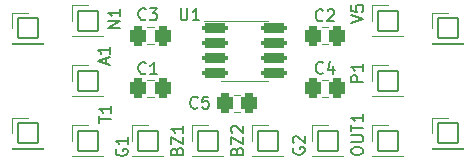
<source format=gto>
%TF.GenerationSoftware,KiCad,Pcbnew,(6.0.5)*%
%TF.CreationDate,2023-09-23T13:50:41+09:00*%
%TF.ProjectId,20230918_Barcoder8,32303233-3039-4313-985f-426172636f64,rev?*%
%TF.SameCoordinates,Original*%
%TF.FileFunction,Legend,Top*%
%TF.FilePolarity,Positive*%
%FSLAX46Y46*%
G04 Gerber Fmt 4.6, Leading zero omitted, Abs format (unit mm)*
G04 Created by KiCad (PCBNEW (6.0.5)) date 2023-09-23 13:50:41*
%MOMM*%
%LPD*%
G01*
G04 APERTURE LIST*
G04 Aperture macros list*
%AMRoundRect*
0 Rectangle with rounded corners*
0 $1 Rounding radius*
0 $2 $3 $4 $5 $6 $7 $8 $9 X,Y pos of 4 corners*
0 Add a 4 corners polygon primitive as box body*
4,1,4,$2,$3,$4,$5,$6,$7,$8,$9,$2,$3,0*
0 Add four circle primitives for the rounded corners*
1,1,$1+$1,$2,$3*
1,1,$1+$1,$4,$5*
1,1,$1+$1,$6,$7*
1,1,$1+$1,$8,$9*
0 Add four rect primitives between the rounded corners*
20,1,$1+$1,$2,$3,$4,$5,0*
20,1,$1+$1,$4,$5,$6,$7,0*
20,1,$1+$1,$6,$7,$8,$9,0*
20,1,$1+$1,$8,$9,$2,$3,0*%
G04 Aperture macros list end*
%ADD10C,0.150000*%
%ADD11C,0.120000*%
%ADD12RoundRect,0.100000X-0.850000X-0.850000X0.850000X-0.850000X0.850000X0.850000X-0.850000X0.850000X0*%
%ADD13RoundRect,0.350000X-0.337500X-0.475000X0.337500X-0.475000X0.337500X0.475000X-0.337500X0.475000X0*%
%ADD14RoundRect,0.250000X-0.825000X-0.150000X0.825000X-0.150000X0.825000X0.150000X-0.825000X0.150000X0*%
%ADD15C,2.400000*%
G04 APERTURE END LIST*
D10*
%TO.C,C4*%
X149460833Y-78052142D02*
X149413214Y-78099761D01*
X149270357Y-78147380D01*
X149175119Y-78147380D01*
X149032261Y-78099761D01*
X148937023Y-78004523D01*
X148889404Y-77909285D01*
X148841785Y-77718809D01*
X148841785Y-77575952D01*
X148889404Y-77385476D01*
X148937023Y-77290238D01*
X149032261Y-77195000D01*
X149175119Y-77147380D01*
X149270357Y-77147380D01*
X149413214Y-77195000D01*
X149460833Y-77242619D01*
X150317976Y-77480714D02*
X150317976Y-78147380D01*
X150079880Y-77099761D02*
X149841785Y-77814047D01*
X150460833Y-77814047D01*
%TO.C,P1*%
X152852380Y-78843095D02*
X151852380Y-78843095D01*
X151852380Y-78462142D01*
X151900000Y-78366904D01*
X151947619Y-78319285D01*
X152042857Y-78271666D01*
X152185714Y-78271666D01*
X152280952Y-78319285D01*
X152328571Y-78366904D01*
X152376190Y-78462142D01*
X152376190Y-78843095D01*
X152852380Y-77319285D02*
X152852380Y-77890714D01*
X152852380Y-77605000D02*
X151852380Y-77605000D01*
X151995238Y-77700238D01*
X152090476Y-77795476D01*
X152138095Y-77890714D01*
%TO.C,G2*%
X146947000Y-84415285D02*
X146899380Y-84510523D01*
X146899380Y-84653380D01*
X146947000Y-84796238D01*
X147042238Y-84891476D01*
X147137476Y-84939095D01*
X147327952Y-84986714D01*
X147470809Y-84986714D01*
X147661285Y-84939095D01*
X147756523Y-84891476D01*
X147851761Y-84796238D01*
X147899380Y-84653380D01*
X147899380Y-84558142D01*
X147851761Y-84415285D01*
X147804142Y-84367666D01*
X147470809Y-84367666D01*
X147470809Y-84558142D01*
X146994619Y-83986714D02*
X146947000Y-83939095D01*
X146899380Y-83843857D01*
X146899380Y-83605761D01*
X146947000Y-83510523D01*
X146994619Y-83462904D01*
X147089857Y-83415285D01*
X147185095Y-83415285D01*
X147327952Y-83462904D01*
X147899380Y-84034333D01*
X147899380Y-83415285D01*
%TO.C,U1*%
X137414095Y-72604380D02*
X137414095Y-73413904D01*
X137461714Y-73509142D01*
X137509333Y-73556761D01*
X137604571Y-73604380D01*
X137795047Y-73604380D01*
X137890285Y-73556761D01*
X137937904Y-73509142D01*
X137985523Y-73413904D01*
X137985523Y-72604380D01*
X138985523Y-73604380D02*
X138414095Y-73604380D01*
X138699809Y-73604380D02*
X138699809Y-72604380D01*
X138604571Y-72747238D01*
X138509333Y-72842476D01*
X138414095Y-72890095D01*
%TO.C,C3*%
X134453333Y-73509142D02*
X134405714Y-73556761D01*
X134262857Y-73604380D01*
X134167619Y-73604380D01*
X134024761Y-73556761D01*
X133929523Y-73461523D01*
X133881904Y-73366285D01*
X133834285Y-73175809D01*
X133834285Y-73032952D01*
X133881904Y-72842476D01*
X133929523Y-72747238D01*
X134024761Y-72652000D01*
X134167619Y-72604380D01*
X134262857Y-72604380D01*
X134405714Y-72652000D01*
X134453333Y-72699619D01*
X134786666Y-72604380D02*
X135405714Y-72604380D01*
X135072380Y-72985333D01*
X135215238Y-72985333D01*
X135310476Y-73032952D01*
X135358095Y-73080571D01*
X135405714Y-73175809D01*
X135405714Y-73413904D01*
X135358095Y-73509142D01*
X135310476Y-73556761D01*
X135215238Y-73604380D01*
X134929523Y-73604380D01*
X134834285Y-73556761D01*
X134786666Y-73509142D01*
%TO.C,OUT1*%
X151852380Y-84788190D02*
X151852380Y-84597714D01*
X151900000Y-84502476D01*
X151995238Y-84407238D01*
X152185714Y-84359619D01*
X152519047Y-84359619D01*
X152709523Y-84407238D01*
X152804761Y-84502476D01*
X152852380Y-84597714D01*
X152852380Y-84788190D01*
X152804761Y-84883428D01*
X152709523Y-84978666D01*
X152519047Y-85026285D01*
X152185714Y-85026285D01*
X151995238Y-84978666D01*
X151900000Y-84883428D01*
X151852380Y-84788190D01*
X151852380Y-83931047D02*
X152661904Y-83931047D01*
X152757142Y-83883428D01*
X152804761Y-83835809D01*
X152852380Y-83740571D01*
X152852380Y-83550095D01*
X152804761Y-83454857D01*
X152757142Y-83407238D01*
X152661904Y-83359619D01*
X151852380Y-83359619D01*
X151852380Y-83026285D02*
X151852380Y-82454857D01*
X152852380Y-82740571D02*
X151852380Y-82740571D01*
X152852380Y-81597714D02*
X152852380Y-82169142D01*
X152852380Y-81883428D02*
X151852380Y-81883428D01*
X151995238Y-81978666D01*
X152090476Y-82073904D01*
X152138095Y-82169142D01*
%TO.C,T1*%
X130516380Y-82295904D02*
X130516380Y-81724476D01*
X131516380Y-82010190D02*
X130516380Y-82010190D01*
X131516380Y-80867333D02*
X131516380Y-81438761D01*
X131516380Y-81153047D02*
X130516380Y-81153047D01*
X130659238Y-81248285D01*
X130754476Y-81343523D01*
X130802095Y-81438761D01*
%TO.C,A1*%
X131103666Y-77295285D02*
X131103666Y-76819095D01*
X131389380Y-77390523D02*
X130389380Y-77057190D01*
X131389380Y-76723857D01*
X131389380Y-75866714D02*
X131389380Y-76438142D01*
X131389380Y-76152428D02*
X130389380Y-76152428D01*
X130532238Y-76247666D01*
X130627476Y-76342904D01*
X130675095Y-76438142D01*
%TO.C,C5*%
X138845833Y-81002142D02*
X138798214Y-81049761D01*
X138655357Y-81097380D01*
X138560119Y-81097380D01*
X138417261Y-81049761D01*
X138322023Y-80954523D01*
X138274404Y-80859285D01*
X138226785Y-80668809D01*
X138226785Y-80525952D01*
X138274404Y-80335476D01*
X138322023Y-80240238D01*
X138417261Y-80145000D01*
X138560119Y-80097380D01*
X138655357Y-80097380D01*
X138798214Y-80145000D01*
X138845833Y-80192619D01*
X139750595Y-80097380D02*
X139274404Y-80097380D01*
X139226785Y-80573571D01*
X139274404Y-80525952D01*
X139369642Y-80478333D01*
X139607738Y-80478333D01*
X139702976Y-80525952D01*
X139750595Y-80573571D01*
X139798214Y-80668809D01*
X139798214Y-80906904D01*
X139750595Y-81002142D01*
X139702976Y-81049761D01*
X139607738Y-81097380D01*
X139369642Y-81097380D01*
X139274404Y-81049761D01*
X139226785Y-81002142D01*
%TO.C,N1*%
X132278380Y-74261904D02*
X131278380Y-74261904D01*
X132278380Y-73690476D01*
X131278380Y-73690476D01*
X132278380Y-72690476D02*
X132278380Y-73261904D01*
X132278380Y-72976190D02*
X131278380Y-72976190D01*
X131421238Y-73071428D01*
X131516476Y-73166666D01*
X131564095Y-73261904D01*
%TO.C,BZ1*%
X137088571Y-84700952D02*
X137136190Y-84558095D01*
X137183809Y-84510476D01*
X137279047Y-84462857D01*
X137421904Y-84462857D01*
X137517142Y-84510476D01*
X137564761Y-84558095D01*
X137612380Y-84653333D01*
X137612380Y-85034285D01*
X136612380Y-85034285D01*
X136612380Y-84700952D01*
X136660000Y-84605714D01*
X136707619Y-84558095D01*
X136802857Y-84510476D01*
X136898095Y-84510476D01*
X136993333Y-84558095D01*
X137040952Y-84605714D01*
X137088571Y-84700952D01*
X137088571Y-85034285D01*
X136612380Y-84129523D02*
X136612380Y-83462857D01*
X137612380Y-84129523D01*
X137612380Y-83462857D01*
X137612380Y-82558095D02*
X137612380Y-83129523D01*
X137612380Y-82843809D02*
X136612380Y-82843809D01*
X136755238Y-82939047D01*
X136850476Y-83034285D01*
X136898095Y-83129523D01*
%TO.C,V5*%
X151852380Y-73834523D02*
X152852380Y-73501190D01*
X151852380Y-73167857D01*
X151852380Y-72358333D02*
X151852380Y-72834523D01*
X152328571Y-72882142D01*
X152280952Y-72834523D01*
X152233333Y-72739285D01*
X152233333Y-72501190D01*
X152280952Y-72405952D01*
X152328571Y-72358333D01*
X152423809Y-72310714D01*
X152661904Y-72310714D01*
X152757142Y-72358333D01*
X152804761Y-72405952D01*
X152852380Y-72501190D01*
X152852380Y-72739285D01*
X152804761Y-72834523D01*
X152757142Y-72882142D01*
%TO.C,C1*%
X134453333Y-78081142D02*
X134405714Y-78128761D01*
X134262857Y-78176380D01*
X134167619Y-78176380D01*
X134024761Y-78128761D01*
X133929523Y-78033523D01*
X133881904Y-77938285D01*
X133834285Y-77747809D01*
X133834285Y-77604952D01*
X133881904Y-77414476D01*
X133929523Y-77319238D01*
X134024761Y-77224000D01*
X134167619Y-77176380D01*
X134262857Y-77176380D01*
X134405714Y-77224000D01*
X134453333Y-77271619D01*
X135405714Y-78176380D02*
X134834285Y-78176380D01*
X135120000Y-78176380D02*
X135120000Y-77176380D01*
X135024761Y-77319238D01*
X134929523Y-77414476D01*
X134834285Y-77462095D01*
%TO.C,BZ2*%
X142168571Y-84700952D02*
X142216190Y-84558095D01*
X142263809Y-84510476D01*
X142359047Y-84462857D01*
X142501904Y-84462857D01*
X142597142Y-84510476D01*
X142644761Y-84558095D01*
X142692380Y-84653333D01*
X142692380Y-85034285D01*
X141692380Y-85034285D01*
X141692380Y-84700952D01*
X141740000Y-84605714D01*
X141787619Y-84558095D01*
X141882857Y-84510476D01*
X141978095Y-84510476D01*
X142073333Y-84558095D01*
X142120952Y-84605714D01*
X142168571Y-84700952D01*
X142168571Y-85034285D01*
X141692380Y-84129523D02*
X141692380Y-83462857D01*
X142692380Y-84129523D01*
X142692380Y-83462857D01*
X141787619Y-83129523D02*
X141740000Y-83081904D01*
X141692380Y-82986666D01*
X141692380Y-82748571D01*
X141740000Y-82653333D01*
X141787619Y-82605714D01*
X141882857Y-82558095D01*
X141978095Y-82558095D01*
X142120952Y-82605714D01*
X142692380Y-83177142D01*
X142692380Y-82558095D01*
%TO.C,G1*%
X131961000Y-84542285D02*
X131913380Y-84637523D01*
X131913380Y-84780380D01*
X131961000Y-84923238D01*
X132056238Y-85018476D01*
X132151476Y-85066095D01*
X132341952Y-85113714D01*
X132484809Y-85113714D01*
X132675285Y-85066095D01*
X132770523Y-85018476D01*
X132865761Y-84923238D01*
X132913380Y-84780380D01*
X132913380Y-84685142D01*
X132865761Y-84542285D01*
X132818142Y-84494666D01*
X132484809Y-84494666D01*
X132484809Y-84685142D01*
X132913380Y-83542285D02*
X132913380Y-84113714D01*
X132913380Y-83828000D02*
X131913380Y-83828000D01*
X132056238Y-83923238D01*
X132151476Y-84018476D01*
X132199095Y-84113714D01*
%TO.C,C2*%
X149460833Y-73607142D02*
X149413214Y-73654761D01*
X149270357Y-73702380D01*
X149175119Y-73702380D01*
X149032261Y-73654761D01*
X148937023Y-73559523D01*
X148889404Y-73464285D01*
X148841785Y-73273809D01*
X148841785Y-73130952D01*
X148889404Y-72940476D01*
X148937023Y-72845238D01*
X149032261Y-72750000D01*
X149175119Y-72702380D01*
X149270357Y-72702380D01*
X149413214Y-72750000D01*
X149460833Y-72797619D01*
X149841785Y-72797619D02*
X149889404Y-72750000D01*
X149984642Y-72702380D01*
X150222738Y-72702380D01*
X150317976Y-72750000D01*
X150365595Y-72797619D01*
X150413214Y-72892857D01*
X150413214Y-72988095D01*
X150365595Y-73130952D01*
X149794166Y-73702380D01*
X150413214Y-73702380D01*
D11*
%TO.C,REF\u002A\u002A*%
X123130000Y-72965000D02*
X124460000Y-72965000D01*
X125790000Y-75565000D02*
X125790000Y-75625000D01*
X123130000Y-74295000D02*
X123130000Y-72965000D01*
X123130000Y-75565000D02*
X125790000Y-75565000D01*
X123130000Y-75625000D02*
X125790000Y-75625000D01*
X123130000Y-75565000D02*
X123130000Y-75625000D01*
%TO.C,C4*%
X149366248Y-80110000D02*
X149888752Y-80110000D01*
X149366248Y-78640000D02*
X149888752Y-78640000D01*
%TO.C,P1*%
X153610000Y-77410000D02*
X154940000Y-77410000D01*
X153610000Y-78740000D02*
X153610000Y-77410000D01*
X153610000Y-80010000D02*
X153610000Y-80070000D01*
X153610000Y-80010000D02*
X156270000Y-80010000D01*
X153610000Y-80070000D02*
X156270000Y-80070000D01*
X156270000Y-80010000D02*
X156270000Y-80070000D01*
%TO.C,G2*%
X148530000Y-85090000D02*
X148530000Y-85150000D01*
X148530000Y-83820000D02*
X148530000Y-82490000D01*
X151190000Y-85090000D02*
X151190000Y-85150000D01*
X148530000Y-85150000D02*
X151190000Y-85150000D01*
X148530000Y-82490000D02*
X149860000Y-82490000D01*
X148530000Y-85090000D02*
X151190000Y-85090000D01*
%TO.C,U1*%
X142810000Y-73640000D02*
X144760000Y-73640000D01*
X142810000Y-78760000D02*
X144760000Y-78760000D01*
X142810000Y-73640000D02*
X139360000Y-73640000D01*
X142810000Y-78760000D02*
X140860000Y-78760000D01*
%TO.C,C3*%
X134591248Y-74195000D02*
X135113752Y-74195000D01*
X134591248Y-75665000D02*
X135113752Y-75665000D01*
%TO.C,REF\u002A\u002A*%
X123130000Y-84455000D02*
X125790000Y-84455000D01*
X125790000Y-84455000D02*
X125790000Y-84515000D01*
X123130000Y-83185000D02*
X123130000Y-81855000D01*
X123130000Y-84455000D02*
X123130000Y-84515000D01*
X123130000Y-84515000D02*
X125790000Y-84515000D01*
X123130000Y-81855000D02*
X124460000Y-81855000D01*
%TO.C,OUT1*%
X153610000Y-83820000D02*
X153610000Y-82490000D01*
X156270000Y-85090000D02*
X156270000Y-85150000D01*
X153610000Y-85090000D02*
X153610000Y-85150000D01*
X153610000Y-85150000D02*
X156270000Y-85150000D01*
X153610000Y-85090000D02*
X156270000Y-85090000D01*
X153610000Y-82490000D02*
X154940000Y-82490000D01*
%TO.C,T1*%
X128210000Y-83820000D02*
X128210000Y-82490000D01*
X128210000Y-85150000D02*
X130870000Y-85150000D01*
X128210000Y-82490000D02*
X129540000Y-82490000D01*
X128210000Y-85090000D02*
X130870000Y-85090000D01*
X130870000Y-85090000D02*
X130870000Y-85150000D01*
X128210000Y-85090000D02*
X128210000Y-85150000D01*
%TO.C,A1*%
X128210000Y-80070000D02*
X130870000Y-80070000D01*
X128210000Y-80010000D02*
X128210000Y-80070000D01*
X130870000Y-80010000D02*
X130870000Y-80070000D01*
X128210000Y-78740000D02*
X128210000Y-77410000D01*
X128210000Y-80010000D02*
X130870000Y-80010000D01*
X128210000Y-77410000D02*
X129540000Y-77410000D01*
%TO.C,C5*%
X141926248Y-79910000D02*
X142448752Y-79910000D01*
X141926248Y-81380000D02*
X142448752Y-81380000D01*
%TO.C,REF\u002A\u002A*%
X158690000Y-81855000D02*
X160020000Y-81855000D01*
X158690000Y-84455000D02*
X161350000Y-84455000D01*
X158690000Y-84515000D02*
X161350000Y-84515000D01*
X158690000Y-84455000D02*
X158690000Y-84515000D01*
X161350000Y-84455000D02*
X161350000Y-84515000D01*
X158690000Y-83185000D02*
X158690000Y-81855000D01*
%TO.C,N1*%
X128210000Y-74990000D02*
X130870000Y-74990000D01*
X128210000Y-74930000D02*
X130870000Y-74930000D01*
X128210000Y-72330000D02*
X129540000Y-72330000D01*
X130870000Y-74930000D02*
X130870000Y-74990000D01*
X128210000Y-73660000D02*
X128210000Y-72330000D01*
X128210000Y-74930000D02*
X128210000Y-74990000D01*
%TO.C,BZ1*%
X138370000Y-83820000D02*
X138370000Y-82490000D01*
X138370000Y-85090000D02*
X141030000Y-85090000D01*
X138370000Y-85090000D02*
X138370000Y-85150000D01*
X138370000Y-85150000D02*
X141030000Y-85150000D01*
X138370000Y-82490000D02*
X139700000Y-82490000D01*
X141030000Y-85090000D02*
X141030000Y-85150000D01*
%TO.C,V5*%
X153610000Y-74990000D02*
X156270000Y-74990000D01*
X153610000Y-74930000D02*
X156270000Y-74930000D01*
X156270000Y-74930000D02*
X156270000Y-74990000D01*
X153610000Y-74930000D02*
X153610000Y-74990000D01*
X153610000Y-72330000D02*
X154940000Y-72330000D01*
X153610000Y-73660000D02*
X153610000Y-72330000D01*
%TO.C,C1*%
X134591248Y-80110000D02*
X135113752Y-80110000D01*
X134591248Y-78640000D02*
X135113752Y-78640000D01*
%TO.C,BZ2*%
X143450000Y-85090000D02*
X143450000Y-85150000D01*
X143450000Y-85150000D02*
X146110000Y-85150000D01*
X143450000Y-85090000D02*
X146110000Y-85090000D01*
X146110000Y-85090000D02*
X146110000Y-85150000D01*
X143450000Y-82490000D02*
X144780000Y-82490000D01*
X143450000Y-83820000D02*
X143450000Y-82490000D01*
%TO.C,REF\u002A\u002A*%
X158690000Y-75565000D02*
X158690000Y-75625000D01*
X158690000Y-75625000D02*
X161350000Y-75625000D01*
X161350000Y-75565000D02*
X161350000Y-75625000D01*
X158690000Y-74295000D02*
X158690000Y-72965000D01*
X158690000Y-75565000D02*
X161350000Y-75565000D01*
X158690000Y-72965000D02*
X160020000Y-72965000D01*
%TO.C,G1*%
X133290000Y-85090000D02*
X133290000Y-85150000D01*
X133290000Y-83820000D02*
X133290000Y-82490000D01*
X133290000Y-85090000D02*
X135950000Y-85090000D01*
X133290000Y-85150000D02*
X135950000Y-85150000D01*
X133290000Y-82490000D02*
X134620000Y-82490000D01*
X135950000Y-85090000D02*
X135950000Y-85150000D01*
%TO.C,C2*%
X149366248Y-75665000D02*
X149888752Y-75665000D01*
X149366248Y-74195000D02*
X149888752Y-74195000D01*
%TD*%
%LPC*%
D12*
%TO.C,REF\u002A\u002A*%
X124460000Y-74295000D03*
%TD*%
D13*
%TO.C,C4*%
X148590000Y-79375000D03*
X150665000Y-79375000D03*
%TD*%
D12*
%TO.C,P1*%
X154940000Y-78740000D03*
%TD*%
%TO.C,G2*%
X149860000Y-83820000D03*
%TD*%
D14*
%TO.C,U1*%
X140335000Y-74295000D03*
X140335000Y-75565000D03*
X140335000Y-76835000D03*
X140335000Y-78105000D03*
X145285000Y-78105000D03*
X145285000Y-76835000D03*
X145285000Y-75565000D03*
X145285000Y-74295000D03*
%TD*%
D13*
%TO.C,C3*%
X133815000Y-74930000D03*
X135890000Y-74930000D03*
%TD*%
D12*
%TO.C,REF\u002A\u002A*%
X124460000Y-83185000D03*
%TD*%
D15*
%TO.C,H2*%
X159500000Y-78740000D03*
%TD*%
D12*
%TO.C,OUT1*%
X154940000Y-83820000D03*
%TD*%
%TO.C,T1*%
X129540000Y-83820000D03*
%TD*%
%TO.C,A1*%
X129540000Y-78740000D03*
%TD*%
D13*
%TO.C,C5*%
X141150000Y-80645000D03*
X143225000Y-80645000D03*
%TD*%
D15*
%TO.C,J1*%
X142810000Y-76200000D03*
%TD*%
%TO.C,H1*%
X124500000Y-78740000D03*
%TD*%
D12*
%TO.C,REF\u002A\u002A*%
X160020000Y-83185000D03*
%TD*%
%TO.C,N1*%
X129540000Y-73660000D03*
%TD*%
%TO.C,BZ1*%
X139700000Y-83820000D03*
%TD*%
%TO.C,V5*%
X154940000Y-73660000D03*
%TD*%
D13*
%TO.C,C1*%
X133815000Y-79375000D03*
X135890000Y-79375000D03*
%TD*%
D12*
%TO.C,BZ2*%
X144780000Y-83820000D03*
%TD*%
%TO.C,REF\u002A\u002A*%
X160020000Y-74295000D03*
%TD*%
%TO.C,G1*%
X134620000Y-83820000D03*
%TD*%
D13*
%TO.C,C2*%
X148590000Y-74930000D03*
X150665000Y-74930000D03*
%TD*%
M02*

</source>
